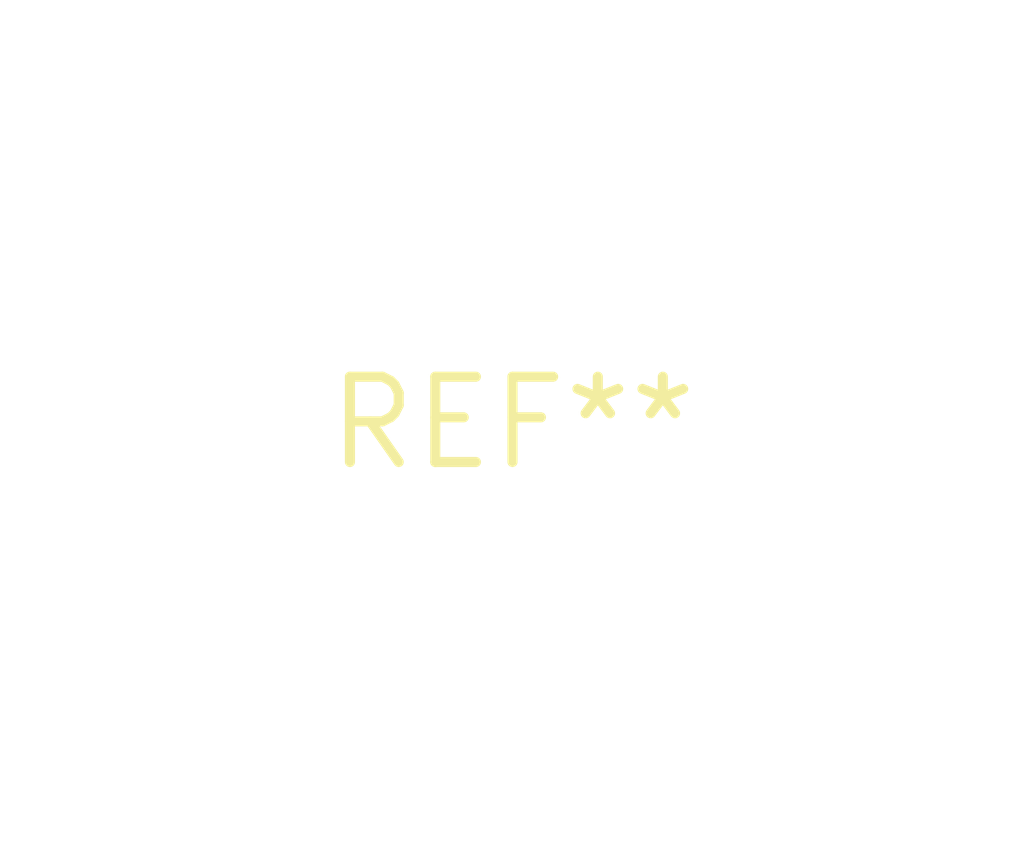
<source format=kicad_pcb>
(kicad_pcb (version 20240108) (generator pcbnew)
  (layers (0 "F.Cu" signal) (31 "B.Cu" signal) (34 "B.Paste" user) (35 "F.Paste" user) (36 "B.SilkS" user "B.Silkscreen") (37 "F.SilkS" user "F.Silkscreen") (38 "B.Mask" user) (39 "F.Mask" user) (44 "Edge.Cuts" user))
  (net 0 "")
  (footprint "Battery_CR1225" (layer "F.Cu") (at 0 0)
    (property "Reference" "REF**")
    (property "Value" "Battery_CR1225")
  )
)
</source>
